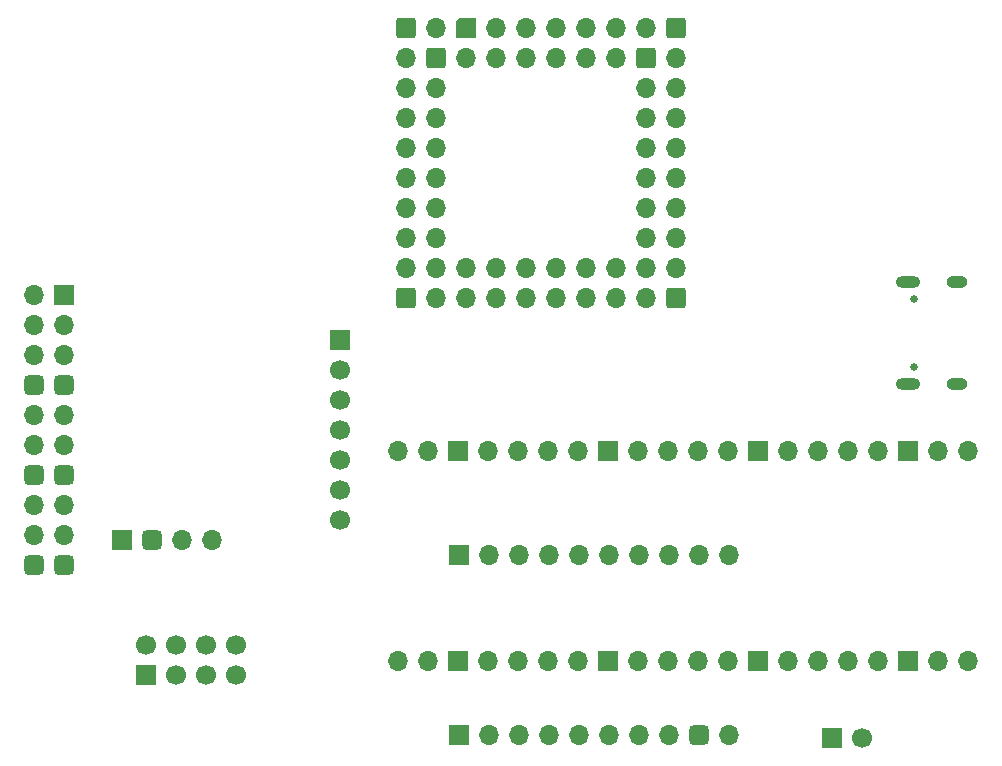
<source format=gbr>
%TF.GenerationSoftware,KiCad,Pcbnew,9.0.1*%
%TF.CreationDate,2025-04-18T18:57:09+02:00*%
%TF.ProjectId,hexapod2_cli,68657861-706f-4643-925f-636c692e6b69,rev?*%
%TF.SameCoordinates,Original*%
%TF.FileFunction,Soldermask,Bot*%
%TF.FilePolarity,Negative*%
%FSLAX46Y46*%
G04 Gerber Fmt 4.6, Leading zero omitted, Abs format (unit mm)*
G04 Created by KiCad (PCBNEW 9.0.1) date 2025-04-18 18:57:09*
%MOMM*%
%LPD*%
G01*
G04 APERTURE LIST*
G04 Aperture macros list*
%AMRoundRect*
0 Rectangle with rounded corners*
0 $1 Rounding radius*
0 $2 $3 $4 $5 $6 $7 $8 $9 X,Y pos of 4 corners*
0 Add a 4 corners polygon primitive as box body*
4,1,4,$2,$3,$4,$5,$6,$7,$8,$9,$2,$3,0*
0 Add four circle primitives for the rounded corners*
1,1,$1+$1,$2,$3*
1,1,$1+$1,$4,$5*
1,1,$1+$1,$6,$7*
1,1,$1+$1,$8,$9*
0 Add four rect primitives between the rounded corners*
20,1,$1+$1,$2,$3,$4,$5,0*
20,1,$1+$1,$4,$5,$6,$7,0*
20,1,$1+$1,$6,$7,$8,$9,0*
20,1,$1+$1,$8,$9,$2,$3,0*%
%AMOutline5P*
0 Free polygon, 5 corners , with rotation*
0 The origin of the aperture is its center*
0 number of corners: always 5*
0 $1 to $10 corner X, Y*
0 $11 Rotation angle, in degrees counterclockwise*
0 create outline with 5 corners*
4,1,5,$1,$2,$3,$4,$5,$6,$7,$8,$9,$10,$1,$2,$11*%
%AMOutline6P*
0 Free polygon, 6 corners , with rotation*
0 The origin of the aperture is its center*
0 number of corners: always 6*
0 $1 to $12 corner X, Y*
0 $13 Rotation angle, in degrees counterclockwise*
0 create outline with 6 corners*
4,1,6,$1,$2,$3,$4,$5,$6,$7,$8,$9,$10,$11,$12,$1,$2,$13*%
%AMOutline7P*
0 Free polygon, 7 corners , with rotation*
0 The origin of the aperture is its center*
0 number of corners: always 7*
0 $1 to $14 corner X, Y*
0 $15 Rotation angle, in degrees counterclockwise*
0 create outline with 7 corners*
4,1,7,$1,$2,$3,$4,$5,$6,$7,$8,$9,$10,$11,$12,$13,$14,$1,$2,$15*%
%AMOutline8P*
0 Free polygon, 8 corners , with rotation*
0 The origin of the aperture is its center*
0 number of corners: always 8*
0 $1 to $16 corner X, Y*
0 $17 Rotation angle, in degrees counterclockwise*
0 create outline with 8 corners*
4,1,8,$1,$2,$3,$4,$5,$6,$7,$8,$9,$10,$11,$12,$13,$14,$15,$16,$1,$2,$17*%
G04 Aperture macros list end*
%ADD10R,1.700000X1.700000*%
%ADD11O,1.700000X1.700000*%
%ADD12RoundRect,0.425000X0.425000X-0.425000X0.425000X0.425000X-0.425000X0.425000X-0.425000X-0.425000X0*%
%ADD13C,1.700000*%
%ADD14C,0.650000*%
%ADD15O,2.100000X1.000000*%
%ADD16O,1.800000X1.000000*%
%ADD17RoundRect,0.250000X-0.600000X-0.600000X0.600000X-0.600000X0.600000X0.600000X-0.600000X0.600000X0*%
%ADD18Outline5P,-0.850000X0.510000X-0.510000X0.850000X0.850000X0.850000X0.850000X-0.850000X-0.850000X-0.850000X0.000000*%
%ADD19RoundRect,0.425000X0.425000X0.425000X-0.425000X0.425000X-0.425000X-0.425000X0.425000X-0.425000X0*%
G04 APERTURE END LIST*
D10*
%TO.C,J2*%
X131764000Y-109113400D03*
D11*
X134304000Y-109113400D03*
X136844000Y-109113400D03*
X139384000Y-109113400D03*
X141924000Y-109113400D03*
X144464000Y-109113400D03*
X147004000Y-109113400D03*
X149544000Y-109113400D03*
X152084000Y-109113400D03*
X154624000Y-109113400D03*
%TD*%
%TO.C,U1*%
X174880000Y-100330000D03*
X172340000Y-100330000D03*
D10*
X169800000Y-100330000D03*
D11*
X167260000Y-100330000D03*
X164720000Y-100330000D03*
X162180000Y-100330000D03*
X159640000Y-100330000D03*
D10*
X157100000Y-100330000D03*
D11*
X154560000Y-100330000D03*
X152020000Y-100330000D03*
X149480000Y-100330000D03*
X146940000Y-100330000D03*
D10*
X144400000Y-100330000D03*
D11*
X141860000Y-100330000D03*
X139320000Y-100330000D03*
X136780000Y-100330000D03*
X134240000Y-100330000D03*
D10*
X131700000Y-100330000D03*
D11*
X129160000Y-100330000D03*
X126620000Y-100330000D03*
X126620000Y-118110000D03*
X129160000Y-118110000D03*
D10*
X131700000Y-118110000D03*
D11*
X134240000Y-118110000D03*
X136780000Y-118110000D03*
X139320000Y-118110000D03*
X141860000Y-118110000D03*
D10*
X144400000Y-118110000D03*
D11*
X146940000Y-118110000D03*
X149480000Y-118110000D03*
X152020000Y-118110000D03*
X154560000Y-118110000D03*
D10*
X157100000Y-118110000D03*
D11*
X159640000Y-118110000D03*
X162180000Y-118110000D03*
X164720000Y-118110000D03*
X167260000Y-118110000D03*
D10*
X169800000Y-118110000D03*
D11*
X172340000Y-118110000D03*
X174880000Y-118110000D03*
%TD*%
D10*
%TO.C,J1*%
X131764000Y-124353400D03*
D11*
X134304000Y-124353400D03*
X136844000Y-124353400D03*
X139384000Y-124353400D03*
X141924000Y-124353400D03*
X144464000Y-124353400D03*
X147004000Y-124353400D03*
X149544000Y-124353400D03*
D12*
X152084000Y-124353400D03*
D11*
X154624000Y-124353400D03*
%TD*%
D10*
%TO.C,J7*%
X105283000Y-119253000D03*
D13*
X105283000Y-116713000D03*
X107823000Y-119253000D03*
X107823000Y-116713000D03*
X110363000Y-119253000D03*
X110363000Y-116713000D03*
X112903000Y-119253000D03*
X112903000Y-116713000D03*
%TD*%
D10*
%TO.C,J5*%
X121666000Y-90932000D03*
D13*
X121666000Y-93472000D03*
X121666000Y-96012000D03*
X121666000Y-98552000D03*
X121666000Y-101092000D03*
X121666000Y-103632000D03*
X121666000Y-106172000D03*
%TD*%
D10*
%TO.C,J8*%
X163322000Y-124587000D03*
D13*
X165862000Y-124587000D03*
%TD*%
D10*
%TO.C,J4*%
X103200200Y-107848400D03*
D12*
X105740200Y-107848400D03*
D11*
X108280200Y-107848400D03*
X110820200Y-107848400D03*
%TD*%
D14*
%TO.C,J6*%
X170242000Y-93187000D03*
X170242000Y-87407000D03*
D15*
X169742000Y-94617000D03*
D16*
X173922000Y-94617000D03*
D15*
X169742000Y-85977000D03*
D16*
X173922000Y-85977000D03*
%TD*%
D17*
%TO.C,U3*%
X127254000Y-64516000D03*
X150114000Y-64516000D03*
X129794000Y-67056000D03*
X147574000Y-67056000D03*
X127254000Y-87376000D03*
X150114000Y-87376000D03*
D11*
X132334000Y-67056000D03*
X129794000Y-64516000D03*
X127254000Y-67056000D03*
X129794000Y-69596000D03*
X134874000Y-64516000D03*
X134874000Y-67056000D03*
X127254000Y-69596000D03*
X129794000Y-72136000D03*
X127254000Y-72136000D03*
X129794000Y-74676000D03*
X127254000Y-74676000D03*
X129794000Y-77216000D03*
X127254000Y-77216000D03*
X129794000Y-79756000D03*
X127254000Y-79756000D03*
X129794000Y-82296000D03*
X127254000Y-82296000D03*
X129794000Y-84836000D03*
X127254000Y-84836000D03*
X129794000Y-87376000D03*
X132334000Y-87376000D03*
X132334000Y-84836000D03*
X134874000Y-87376000D03*
X134874000Y-84836000D03*
X137414000Y-87376000D03*
X137414000Y-84836000D03*
X139954000Y-87376000D03*
X139954000Y-84836000D03*
X142494000Y-87376000D03*
X142494000Y-84836000D03*
X145034000Y-87376000D03*
X145034000Y-84836000D03*
X147574000Y-87376000D03*
X147574000Y-84836000D03*
X150114000Y-84836000D03*
X147574000Y-82296000D03*
X150114000Y-82296000D03*
X147574000Y-79756000D03*
X150114000Y-79756000D03*
X147574000Y-77216000D03*
X150114000Y-77216000D03*
X147574000Y-74676000D03*
X150114000Y-74676000D03*
X147574000Y-72136000D03*
X150114000Y-72136000D03*
X147574000Y-69596000D03*
X150114000Y-69596000D03*
X150114000Y-67056000D03*
X147574000Y-64516000D03*
X145034000Y-67056000D03*
X137414000Y-67056000D03*
X145034000Y-64516000D03*
X137414000Y-64516000D03*
X139954000Y-67056000D03*
X142494000Y-67056000D03*
X139954000Y-64516000D03*
X142494000Y-64516000D03*
D18*
X132334000Y-64516000D03*
%TD*%
D10*
%TO.C,J3*%
X98298000Y-87122000D03*
D11*
X95758000Y-87122000D03*
X98298000Y-89662000D03*
X95758000Y-89662000D03*
X98298000Y-92202000D03*
X95758000Y-92202000D03*
D19*
X98298000Y-94742000D03*
X95758000Y-94742000D03*
D11*
X98298000Y-97282000D03*
X95758000Y-97282000D03*
X98298000Y-99822000D03*
X95758000Y-99822000D03*
D19*
X98298000Y-102362000D03*
X95758000Y-102362000D03*
D11*
X98298000Y-104902000D03*
X95758000Y-104902000D03*
X98298000Y-107442000D03*
X95758000Y-107442000D03*
D19*
X98298000Y-109982000D03*
X95758000Y-109982000D03*
%TD*%
M02*

</source>
